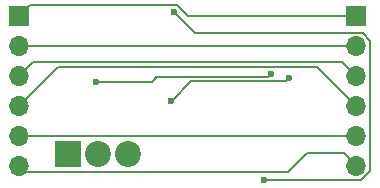
<source format=gbr>
%TF.GenerationSoftware,KiCad,Pcbnew,8.0.8*%
%TF.CreationDate,2025-02-16T13:19:37-05:00*%
%TF.ProjectId,SI-P Pressure Transducer,53492d50-2050-4726-9573-737572652054,rev?*%
%TF.SameCoordinates,Original*%
%TF.FileFunction,Copper,L2,Bot*%
%TF.FilePolarity,Positive*%
%FSLAX46Y46*%
G04 Gerber Fmt 4.6, Leading zero omitted, Abs format (unit mm)*
G04 Created by KiCad (PCBNEW 8.0.8) date 2025-02-16 13:19:37*
%MOMM*%
%LPD*%
G01*
G04 APERTURE LIST*
%TA.AperFunction,ComponentPad*%
%ADD10R,2.200000X2.200000*%
%TD*%
%TA.AperFunction,ComponentPad*%
%ADD11C,2.200000*%
%TD*%
%TA.AperFunction,ComponentPad*%
%ADD12R,1.700000X1.700000*%
%TD*%
%TA.AperFunction,ComponentPad*%
%ADD13O,1.700000X1.700000*%
%TD*%
%TA.AperFunction,ViaPad*%
%ADD14C,0.600000*%
%TD*%
%TA.AperFunction,Conductor*%
%ADD15C,0.152400*%
%TD*%
G04 APERTURE END LIST*
D10*
%TO.P,J5,1,Pin_1*%
%TO.N,/PT_OUT*%
X185420000Y-73500000D03*
D11*
%TO.P,J5,2,Pin_2*%
%TO.N,+12V*%
X187960000Y-73500000D03*
%TO.P,J5,3,Pin_3*%
X190500000Y-73500000D03*
%TD*%
D12*
%TO.P,J2,1,Pin_1*%
%TO.N,+3V3*%
X181257480Y-61800000D03*
D13*
%TO.P,J2,2,Pin_2*%
%TO.N,+5V*%
X181257480Y-64340000D03*
%TO.P,J2,3,Pin_3*%
%TO.N,/RESET*%
X181257480Y-66880000D03*
%TO.P,J2,4,Pin_4*%
%TO.N,/I2C_SCL*%
X181257480Y-69420000D03*
%TO.P,J2,5,Pin_5*%
%TO.N,/I2C_SDA*%
X181257480Y-71960000D03*
%TO.P,J2,6,Pin_6*%
%TO.N,GND*%
X181257480Y-74500000D03*
%TD*%
D12*
%TO.P,J1,1,Pin_1*%
%TO.N,+3V3*%
X209800000Y-61800000D03*
D13*
%TO.P,J1,2,Pin_2*%
%TO.N,+5V*%
X209800000Y-64340000D03*
%TO.P,J1,3,Pin_3*%
%TO.N,/RESET*%
X209800000Y-66880000D03*
%TO.P,J1,4,Pin_4*%
%TO.N,/I2C_SCL*%
X209800000Y-69420000D03*
%TO.P,J1,5,Pin_5*%
%TO.N,/I2C_SDA*%
X209800000Y-71960000D03*
%TO.P,J1,6,Pin_6*%
%TO.N,GND*%
X209800000Y-74500000D03*
%TD*%
D14*
%TO.N,+12V*%
X204100000Y-67100000D03*
X194100000Y-69000000D03*
%TO.N,/PT_OUT*%
X187800000Y-67400000D03*
X202544109Y-66734906D03*
%TO.N,/BOOST_SHDN*%
X202000000Y-75700000D03*
X194400000Y-61500000D03*
%TD*%
D15*
%TO.N,/I2C_SDA*%
X209800000Y-71960000D02*
X193670309Y-71960000D01*
X193670309Y-71960000D02*
X193630309Y-72000000D01*
X193630309Y-72000000D02*
X181297480Y-72000000D01*
X181297480Y-72000000D02*
X181257480Y-71960000D01*
%TO.N,GND*%
X181257480Y-74500000D02*
X181757480Y-75000000D01*
X181757480Y-75000000D02*
X204053224Y-75000000D01*
X204053224Y-75000000D02*
X205594724Y-73458500D01*
X205594724Y-73458500D02*
X208758500Y-73458500D01*
X208758500Y-73458500D02*
X209800000Y-74500000D01*
%TO.N,+3V3*%
X194659381Y-60873800D02*
X182183680Y-60873800D01*
X182183680Y-60873800D02*
X181257480Y-61800000D01*
X209800000Y-61800000D02*
X195585581Y-61800000D01*
X195585581Y-61800000D02*
X194659381Y-60873800D01*
%TO.N,+5V*%
X181257480Y-64340000D02*
X209800000Y-64340000D01*
%TO.N,+12V*%
X194185699Y-69000000D02*
X195824593Y-67361106D01*
X203838894Y-67361106D02*
X195824593Y-67361106D01*
X204100000Y-67100000D02*
X203838894Y-67361106D01*
X194100000Y-69000000D02*
X194185699Y-69000000D01*
%TO.N,/RESET*%
X208615200Y-65695200D02*
X182442280Y-65695200D01*
X209800000Y-66880000D02*
X208615200Y-65695200D01*
X182442280Y-65695200D02*
X181257480Y-66880000D01*
%TO.N,/I2C_SCL*%
X206488706Y-66108706D02*
X209800000Y-69420000D01*
X184568774Y-66108706D02*
X206488706Y-66108706D01*
X181257480Y-69420000D02*
X184568774Y-66108706D01*
%TO.N,/PT_OUT*%
X187800000Y-67400000D02*
X192470309Y-67400000D01*
X192787790Y-66970309D02*
X192900000Y-66970309D01*
X202308706Y-66970309D02*
X202544109Y-66734906D01*
X192470309Y-67400000D02*
X192900000Y-66970309D01*
X192900000Y-66970309D02*
X202308706Y-66970309D01*
%TO.N,/BOOST_SHDN*%
X194400000Y-61500000D02*
X196161400Y-63261400D01*
X196161400Y-63261400D02*
X210361400Y-63261400D01*
X210200000Y-75700000D02*
X202000000Y-75700000D01*
X210361400Y-63261400D02*
X211000000Y-63900000D01*
X211000000Y-63900000D02*
X211000000Y-74900000D01*
X211000000Y-74900000D02*
X210200000Y-75700000D01*
%TD*%
M02*

</source>
